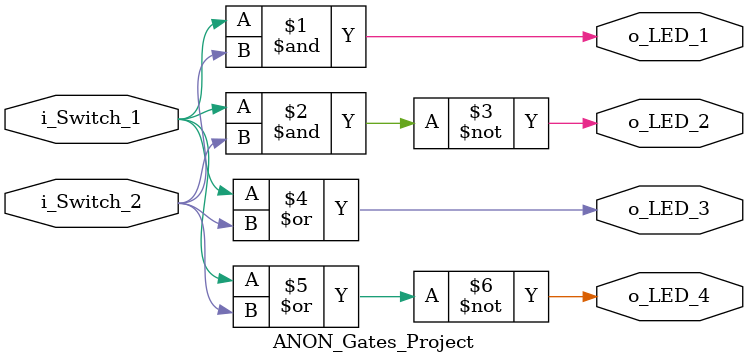
<source format=v>
/*
File: ANON_Gates_Project.v
Copyright (C) 2013-2020 Nandland.com
license : MIT
*/
module ANON_Gates_Project
    (input i_Switch_1,
     input i_Switch_2,
     output o_LED_1,
     output o_LED_2,
     output o_LED_3,
     output o_LED_4);

    // AND
    assign o_LED_1 = i_Switch_1 & i_Switch_2;
    // NAND
    assign o_LED_2 = ~(i_Switch_1 & i_Switch_2);    
    // OR
    assign o_LED_3 = i_Switch_1 | i_Switch_2;
    // NOR
    assign o_LED_4 = ~(i_Switch_1 |  i_Switch_2);

endmodule
</source>
